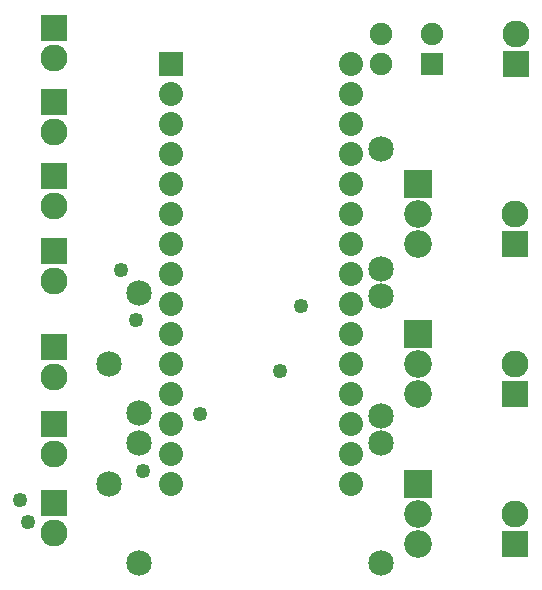
<source format=gts>
G04 MADE WITH FRITZING*
G04 WWW.FRITZING.ORG*
G04 DOUBLE SIDED*
G04 HOLES PLATED*
G04 CONTOUR ON CENTER OF CONTOUR VECTOR*
%ASAXBY*%
%FSLAX23Y23*%
%MOIN*%
%OFA0B0*%
%SFA1.0B1.0*%
%ADD10C,0.080000*%
%ADD11C,0.090000*%
%ADD12C,0.092000*%
%ADD13C,0.085000*%
%ADD14C,0.075000*%
%ADD15C,0.049370*%
%ADD16R,0.079972X0.080000*%
%ADD17R,0.090000X0.090000*%
%ADD18R,0.092000X0.092000*%
%ADD19R,0.001000X0.001000*%
%LNMASK1*%
G90*
G70*
G54D10*
X611Y1730D03*
X611Y1630D03*
X611Y1530D03*
X611Y1430D03*
X611Y1330D03*
X611Y1230D03*
X611Y1130D03*
X611Y1030D03*
X611Y930D03*
X611Y830D03*
X611Y730D03*
X611Y630D03*
X611Y530D03*
X611Y430D03*
X611Y330D03*
X1211Y1730D03*
X1211Y1630D03*
X1211Y1530D03*
X1211Y1430D03*
X1211Y1330D03*
X1211Y1230D03*
X1211Y1130D03*
X1211Y1030D03*
X1211Y930D03*
X1211Y830D03*
X1211Y730D03*
X1211Y630D03*
X1211Y530D03*
X1211Y430D03*
X1211Y330D03*
G54D11*
X1759Y1730D03*
X1759Y1830D03*
X219Y267D03*
X219Y167D03*
X219Y530D03*
X219Y430D03*
X219Y786D03*
X219Y686D03*
X219Y1108D03*
X219Y1008D03*
X219Y1356D03*
X219Y1256D03*
X219Y1604D03*
X219Y1504D03*
X219Y1852D03*
X219Y1752D03*
X1756Y1130D03*
X1756Y1230D03*
X1756Y630D03*
X1756Y730D03*
X1756Y130D03*
X1756Y230D03*
G54D12*
X1433Y330D03*
X1433Y230D03*
X1433Y130D03*
X1433Y830D03*
X1433Y730D03*
X1433Y630D03*
X1433Y1330D03*
X1433Y1230D03*
X1433Y1130D03*
G54D13*
X504Y567D03*
X504Y967D03*
X404Y330D03*
X404Y730D03*
X504Y467D03*
X504Y67D03*
X1311Y467D03*
X1311Y67D03*
X1311Y956D03*
X1311Y556D03*
X1311Y1449D03*
X1311Y1049D03*
G54D14*
X1481Y1830D03*
X1481Y1730D03*
X1481Y1830D03*
X1481Y1730D03*
X1311Y1730D03*
X1311Y1830D03*
X1311Y1730D03*
X1311Y1830D03*
G54D15*
X516Y373D03*
X1044Y925D03*
X972Y709D03*
X708Y565D03*
X108Y277D03*
X132Y205D03*
X444Y1045D03*
X492Y877D03*
G54D16*
X611Y1730D03*
G54D17*
X1759Y1730D03*
X219Y267D03*
X219Y530D03*
X219Y786D03*
X219Y1108D03*
X219Y1356D03*
X219Y1604D03*
X219Y1852D03*
X1756Y1130D03*
X1756Y630D03*
X1756Y130D03*
G54D18*
X1433Y330D03*
X1433Y830D03*
X1433Y1330D03*
G54D19*
X1444Y1768D02*
X1518Y1768D01*
X1444Y1767D02*
X1518Y1767D01*
X1444Y1766D02*
X1518Y1766D01*
X1444Y1765D02*
X1518Y1765D01*
X1444Y1764D02*
X1518Y1764D01*
X1444Y1763D02*
X1518Y1763D01*
X1444Y1762D02*
X1518Y1762D01*
X1444Y1761D02*
X1518Y1761D01*
X1444Y1760D02*
X1518Y1760D01*
X1444Y1759D02*
X1518Y1759D01*
X1444Y1758D02*
X1518Y1758D01*
X1444Y1757D02*
X1518Y1757D01*
X1444Y1756D02*
X1518Y1756D01*
X1444Y1755D02*
X1518Y1755D01*
X1444Y1754D02*
X1518Y1754D01*
X1444Y1753D02*
X1518Y1753D01*
X1444Y1752D02*
X1518Y1752D01*
X1444Y1751D02*
X1518Y1751D01*
X1444Y1750D02*
X1518Y1750D01*
X1444Y1749D02*
X1518Y1749D01*
X1444Y1748D02*
X1518Y1748D01*
X1444Y1747D02*
X1518Y1747D01*
X1444Y1746D02*
X1518Y1746D01*
X1444Y1745D02*
X1518Y1745D01*
X1444Y1744D02*
X1518Y1744D01*
X1444Y1743D02*
X1518Y1743D01*
X1444Y1742D02*
X1518Y1742D01*
X1444Y1741D02*
X1518Y1741D01*
X1444Y1740D02*
X1518Y1740D01*
X1444Y1739D02*
X1476Y1739D01*
X1485Y1739D02*
X1518Y1739D01*
X1444Y1738D02*
X1475Y1738D01*
X1487Y1738D02*
X1518Y1738D01*
X1444Y1737D02*
X1474Y1737D01*
X1488Y1737D02*
X1518Y1737D01*
X1444Y1736D02*
X1473Y1736D01*
X1488Y1736D02*
X1518Y1736D01*
X1444Y1735D02*
X1472Y1735D01*
X1489Y1735D02*
X1518Y1735D01*
X1444Y1734D02*
X1472Y1734D01*
X1489Y1734D02*
X1518Y1734D01*
X1444Y1733D02*
X1471Y1733D01*
X1490Y1733D02*
X1518Y1733D01*
X1444Y1732D02*
X1471Y1732D01*
X1490Y1732D02*
X1518Y1732D01*
X1444Y1731D02*
X1471Y1731D01*
X1490Y1731D02*
X1518Y1731D01*
X1444Y1730D02*
X1471Y1730D01*
X1490Y1730D02*
X1518Y1730D01*
X1444Y1729D02*
X1471Y1729D01*
X1490Y1729D02*
X1518Y1729D01*
X1444Y1728D02*
X1472Y1728D01*
X1489Y1728D02*
X1518Y1728D01*
X1444Y1727D02*
X1472Y1727D01*
X1489Y1727D02*
X1518Y1727D01*
X1444Y1726D02*
X1473Y1726D01*
X1488Y1726D02*
X1518Y1726D01*
X1444Y1725D02*
X1474Y1725D01*
X1488Y1725D02*
X1518Y1725D01*
X1444Y1724D02*
X1475Y1724D01*
X1486Y1724D02*
X1518Y1724D01*
X1444Y1723D02*
X1476Y1723D01*
X1485Y1723D02*
X1518Y1723D01*
X1444Y1722D02*
X1518Y1722D01*
X1444Y1721D02*
X1518Y1721D01*
X1444Y1720D02*
X1518Y1720D01*
X1444Y1719D02*
X1518Y1719D01*
X1444Y1718D02*
X1518Y1718D01*
X1444Y1717D02*
X1518Y1717D01*
X1444Y1716D02*
X1518Y1716D01*
X1444Y1715D02*
X1518Y1715D01*
X1444Y1714D02*
X1518Y1714D01*
X1444Y1713D02*
X1518Y1713D01*
X1444Y1712D02*
X1518Y1712D01*
X1444Y1711D02*
X1518Y1711D01*
X1444Y1710D02*
X1518Y1710D01*
X1444Y1709D02*
X1518Y1709D01*
X1444Y1708D02*
X1518Y1708D01*
X1444Y1707D02*
X1518Y1707D01*
X1444Y1706D02*
X1518Y1706D01*
X1444Y1705D02*
X1518Y1705D01*
X1444Y1704D02*
X1518Y1704D01*
X1444Y1703D02*
X1518Y1703D01*
X1444Y1702D02*
X1518Y1702D01*
X1444Y1701D02*
X1518Y1701D01*
X1444Y1700D02*
X1518Y1700D01*
X1444Y1699D02*
X1518Y1699D01*
X1444Y1698D02*
X1518Y1698D01*
X1444Y1697D02*
X1518Y1697D01*
X1444Y1696D02*
X1518Y1696D01*
X1444Y1695D02*
X1518Y1695D01*
X1444Y1694D02*
X1518Y1694D01*
D02*
G04 End of Mask1*
M02*
</source>
